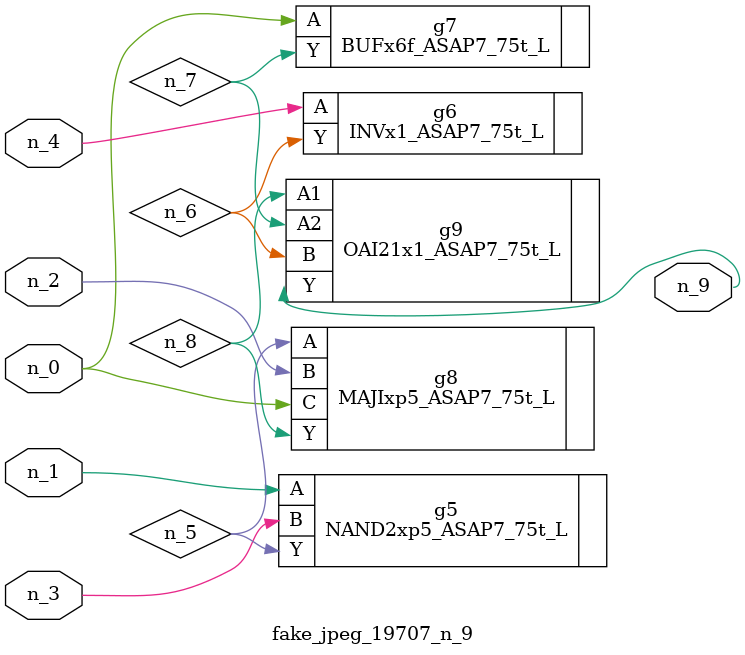
<source format=v>
module fake_jpeg_19707_n_9 (n_3, n_2, n_1, n_0, n_4, n_9);

input n_3;
input n_2;
input n_1;
input n_0;
input n_4;

output n_9;

wire n_8;
wire n_6;
wire n_5;
wire n_7;

NAND2xp5_ASAP7_75t_L g5 ( 
.A(n_1),
.B(n_3),
.Y(n_5)
);

INVx1_ASAP7_75t_L g6 ( 
.A(n_4),
.Y(n_6)
);

BUFx6f_ASAP7_75t_L g7 ( 
.A(n_0),
.Y(n_7)
);

MAJIxp5_ASAP7_75t_L g8 ( 
.A(n_5),
.B(n_2),
.C(n_0),
.Y(n_8)
);

OAI21x1_ASAP7_75t_L g9 ( 
.A1(n_8),
.A2(n_7),
.B(n_6),
.Y(n_9)
);


endmodule
</source>
